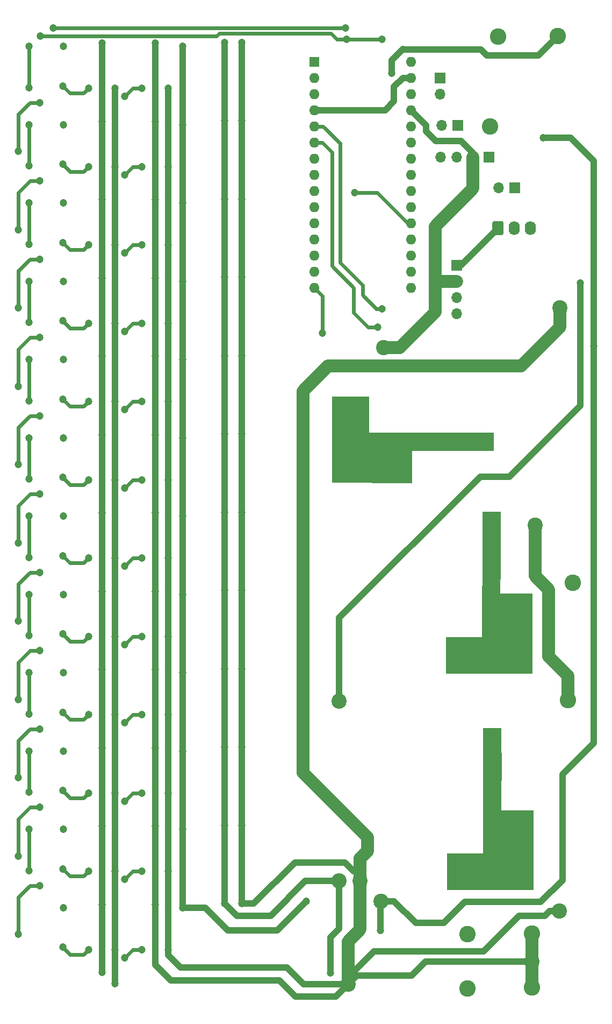
<source format=gbr>
%TF.GenerationSoftware,KiCad,Pcbnew,5.1.6-c6e7f7d~87~ubuntu18.04.1*%
%TF.CreationDate,2021-04-09T12:13:12+12:00*%
%TF.ProjectId,Volume Control 3 Mar18,566f6c75-6d65-4204-936f-6e74726f6c20,rev?*%
%TF.SameCoordinates,Original*%
%TF.FileFunction,Copper,L2,Bot*%
%TF.FilePolarity,Positive*%
%FSLAX46Y46*%
G04 Gerber Fmt 4.6, Leading zero omitted, Abs format (unit mm)*
G04 Created by KiCad (PCBNEW 5.1.6-c6e7f7d~87~ubuntu18.04.1) date 2021-04-09 12:13:12*
%MOMM*%
%LPD*%
G01*
G04 APERTURE LIST*
%TA.AperFunction,NonConductor*%
%ADD10C,0.100000*%
%TD*%
%TA.AperFunction,ViaPad*%
%ADD11C,0.600000*%
%TD*%
%TA.AperFunction,Conductor*%
%ADD12R,2.950000X4.500000*%
%TD*%
%TA.AperFunction,ComponentPad*%
%ADD13C,2.600000*%
%TD*%
%TA.AperFunction,ComponentPad*%
%ADD14R,1.600000X1.600000*%
%TD*%
%TA.AperFunction,ComponentPad*%
%ADD15O,1.600000X1.600000*%
%TD*%
%TA.AperFunction,Conductor*%
%ADD16R,4.500000X2.950000*%
%TD*%
%TA.AperFunction,ComponentPad*%
%ADD17O,1.700000X1.700000*%
%TD*%
%TA.AperFunction,ComponentPad*%
%ADD18R,1.700000X1.700000*%
%TD*%
%TA.AperFunction,ComponentPad*%
%ADD19O,1.740000X2.190000*%
%TD*%
%TA.AperFunction,ViaPad*%
%ADD20C,1.200000*%
%TD*%
%TA.AperFunction,ViaPad*%
%ADD21C,2.400000*%
%TD*%
%TA.AperFunction,Conductor*%
%ADD22C,1.000000*%
%TD*%
%TA.AperFunction,Conductor*%
%ADD23C,2.000000*%
%TD*%
%TA.AperFunction,Conductor*%
%ADD24C,0.600000*%
%TD*%
G04 APERTURE END LIST*
D10*
G36*
X93649800Y-89839800D02*
G01*
X109626400Y-89865200D01*
X113334800Y-89865200D01*
X113334800Y-92659200D01*
X104800400Y-92659200D01*
X100457000Y-92633800D01*
X100457000Y-97688400D01*
X87934800Y-97663000D01*
X87934800Y-84175600D01*
X93624400Y-84150200D01*
X93649800Y-89839800D01*
G37*
X93649800Y-89839800D02*
X109626400Y-89865200D01*
X113334800Y-89865200D01*
X113334800Y-92659200D01*
X104800400Y-92659200D01*
X100457000Y-92633800D01*
X100457000Y-97688400D01*
X87934800Y-97663000D01*
X87934800Y-84175600D01*
X93624400Y-84150200D01*
X93649800Y-89839800D01*
G36*
X114376200Y-110845600D02*
G01*
X114350800Y-115189000D01*
X119405400Y-115189000D01*
X119380000Y-127711200D01*
X105892600Y-127711200D01*
X105867200Y-122021600D01*
X111556800Y-121996200D01*
X111582200Y-106019600D01*
X111582200Y-102311200D01*
X114376200Y-102311200D01*
X114376200Y-110845600D01*
G37*
X114376200Y-110845600D02*
X114350800Y-115189000D01*
X119405400Y-115189000D01*
X119380000Y-127711200D01*
X105892600Y-127711200D01*
X105867200Y-122021600D01*
X111556800Y-121996200D01*
X111582200Y-106019600D01*
X111582200Y-102311200D01*
X114376200Y-102311200D01*
X114376200Y-110845600D01*
G36*
X114528600Y-144907000D02*
G01*
X114503200Y-149250400D01*
X119557800Y-149250400D01*
X119532400Y-161772600D01*
X106045000Y-161772600D01*
X106019600Y-156083000D01*
X111709200Y-156057600D01*
X111734600Y-140081000D01*
X111734600Y-136372600D01*
X114528600Y-136372600D01*
X114528600Y-144907000D01*
G37*
X114528600Y-144907000D02*
X114503200Y-149250400D01*
X119557800Y-149250400D01*
X119532400Y-161772600D01*
X106045000Y-161772600D01*
X106019600Y-156083000D01*
X111709200Y-156057600D01*
X111734600Y-140081000D01*
X111734600Y-136372600D01*
X114528600Y-136372600D01*
X114528600Y-144907000D01*
D11*
%TO.N,Net-(A1-Pad29)*%
%TO.C,VCU1*%
X113630000Y-110105600D03*
X113630000Y-109005600D03*
X112430000Y-109005600D03*
X112430000Y-110105600D03*
X113630000Y-106505600D03*
X113630000Y-107705600D03*
X112430000Y-107705600D03*
X112430000Y-106505600D03*
D12*
X113030000Y-108305600D03*
%TD*%
D13*
%TO.P,VCJ3,1*%
%TO.N,Net-(A1-Pad29)*%
X125044200Y-131927600D03*
%TD*%
D12*
%TO.N,Net-(C16-Pad1)*%
%TO.C,VCU2*%
X113182400Y-142430000D03*
D11*
X112582400Y-140630000D03*
X112582400Y-141830000D03*
X113782400Y-141830000D03*
X113782400Y-140630000D03*
X112582400Y-144230000D03*
X112582400Y-143130000D03*
X113782400Y-143130000D03*
X113782400Y-144230000D03*
%TD*%
D13*
%TO.P,VCJ1,1*%
%TO.N,Net-(VCC12-Pad1)*%
X125857000Y-113487200D03*
%TD*%
D14*
%TO.P,A1,1*%
%TO.N,Net-(A1-Pad1)*%
X85090000Y-31496000D03*
D15*
%TO.P,A1,17*%
%TO.N,Net-(A1-Pad17)*%
X100330000Y-64516000D03*
%TO.P,A1,2*%
%TO.N,Net-(A1-Pad2)*%
X85090000Y-34036000D03*
%TO.P,A1,18*%
%TO.N,Net-(A1-Pad18)*%
X100330000Y-61976000D03*
%TO.P,A1,3*%
%TO.N,Net-(A1-Pad3)*%
X85090000Y-36576000D03*
%TO.P,A1,19*%
%TO.N,Net-(A1-Pad19)*%
X100330000Y-59436000D03*
%TO.P,A1,4*%
%TO.N,Net-(A1-Pad29)*%
X85090000Y-39116000D03*
%TO.P,A1,20*%
%TO.N,Net-(A1-Pad20)*%
X100330000Y-56896000D03*
%TO.P,A1,5*%
%TO.N,Net-(A1-Pad5)*%
X85090000Y-41656000D03*
%TO.P,A1,21*%
%TO.N,Net-(A1-Pad21)*%
X100330000Y-54356000D03*
%TO.P,A1,6*%
%TO.N,Net-(A1-Pad6)*%
X85090000Y-44196000D03*
%TO.P,A1,22*%
%TO.N,Net-(A1-Pad22)*%
X100330000Y-51816000D03*
%TO.P,A1,7*%
%TO.N,Net-(A1-Pad7)*%
X85090000Y-46736000D03*
%TO.P,A1,23*%
%TO.N,Net-(A1-Pad23)*%
X100330000Y-49276000D03*
%TO.P,A1,8*%
%TO.N,Net-(A1-Pad8)*%
X85090000Y-49276000D03*
%TO.P,A1,24*%
%TO.N,Net-(A1-Pad24)*%
X100330000Y-46736000D03*
%TO.P,A1,9*%
%TO.N,Net-(A1-Pad9)*%
X85090000Y-51816000D03*
%TO.P,A1,25*%
%TO.N,Net-(A1-Pad25)*%
X100330000Y-44196000D03*
%TO.P,A1,10*%
%TO.N,Net-(A1-Pad10)*%
X85090000Y-54356000D03*
%TO.P,A1,26*%
%TO.N,Net-(A1-Pad26)*%
X100330000Y-41656000D03*
%TO.P,A1,11*%
%TO.N,Net-(A1-Pad11)*%
X85090000Y-56896000D03*
%TO.P,A1,27*%
%TO.N,Net-(A1-Pad27)*%
X100330000Y-39116000D03*
%TO.P,A1,12*%
%TO.N,Net-(A1-Pad12)*%
X85090000Y-59436000D03*
%TO.P,A1,28*%
%TO.N,Net-(A1-Pad28)*%
X100330000Y-36576000D03*
%TO.P,A1,13*%
%TO.N,Net-(A1-Pad13)*%
X85090000Y-61976000D03*
%TO.P,A1,29*%
%TO.N,Net-(A1-Pad29)*%
X100330000Y-34036000D03*
%TO.P,A1,14*%
%TO.N,Net-(A1-Pad14)*%
X85090000Y-64516000D03*
%TO.P,A1,30*%
%TO.N,Net-(A1-Pad30)*%
X100330000Y-31496000D03*
%TO.P,A1,15*%
%TO.N,Net-(A1-Pad15)*%
X85090000Y-67056000D03*
%TO.P,A1,16*%
%TO.N,Net-(A1-Pad16)*%
X100330000Y-67056000D03*
%TD*%
D13*
%TO.P,J16,1*%
%TO.N,Net-(A1-Pad29)*%
X119380000Y-177165000D03*
%TD*%
%TO.P,J17,1*%
%TO.N,Net-(C11-Pad2)*%
X109220000Y-177292000D03*
%TD*%
%TO.P,J4,1*%
%TO.N,Net-(J4-Pad1)*%
X112776000Y-41656000D03*
%TD*%
%TO.P,J5,1*%
%TO.N,Net-(J5-Pad1)*%
X114046000Y-27559000D03*
%TD*%
%TO.P,J6,1*%
%TO.N,Net-(A1-Pad29)*%
X123444000Y-27432000D03*
%TD*%
D16*
%TO.N,Net-(A1-Pad29)*%
%TO.C,VCU3*%
X107340400Y-91313000D03*
D11*
X109140400Y-90713000D03*
X107940400Y-90713000D03*
X107940400Y-91913000D03*
X109140400Y-91913000D03*
X105540400Y-90713000D03*
X106640400Y-90713000D03*
X106640400Y-91913000D03*
X105540400Y-91913000D03*
%TD*%
D13*
%TO.P,J8,1*%
%TO.N,Net-(C14-Pad2)*%
X109220000Y-168783000D03*
%TD*%
%TO.P,J9,1*%
%TO.N,Net-(A1-Pad29)*%
X119380000Y-168656000D03*
%TD*%
D17*
%TO.P,J7,4*%
%TO.N,Net-(C19-Pad2)*%
X107569000Y-71120000D03*
%TO.P,J7,3*%
%TO.N,Net-(C20-Pad2)*%
X107569000Y-68580000D03*
%TO.P,J7,2*%
%TO.N,Net-(A1-Pad27)*%
X107569000Y-66040000D03*
D18*
%TO.P,J7,1*%
%TO.N,Net-(A1-Pad29)*%
X107569000Y-63500000D03*
%TD*%
D17*
%TO.P,J13,2*%
%TO.N,Net-(A1-Pad25)*%
X105156000Y-41529000D03*
D18*
%TO.P,J13,1*%
%TO.N,Net-(A1-Pad29)*%
X107696000Y-41529000D03*
%TD*%
%TO.P,J14,1*%
%TO.N,Net-(A1-Pad29)*%
X104902000Y-34036000D03*
D17*
%TO.P,J14,2*%
%TO.N,Net-(A1-Pad26)*%
X104902000Y-36576000D03*
%TD*%
%TO.P,J1,1*%
%TO.N,Net-(A1-Pad29)*%
%TA.AperFunction,ComponentPad*%
G36*
G01*
X113176000Y-58503001D02*
X113176000Y-56812999D01*
G75*
G02*
X113425999Y-56563000I249999J0D01*
G01*
X114666001Y-56563000D01*
G75*
G02*
X114916000Y-56812999I0J-249999D01*
G01*
X114916000Y-58503001D01*
G75*
G02*
X114666001Y-58753000I-249999J0D01*
G01*
X113425999Y-58753000D01*
G75*
G02*
X113176000Y-58503001I0J249999D01*
G01*
G37*
%TD.AperFunction*%
D19*
%TO.P,J1,2*%
%TO.N,Net-(J1-Pad2)*%
X116586000Y-57658000D03*
%TO.P,J1,3*%
%TO.N,Net-(J1-Pad3)*%
X119126000Y-57658000D03*
%TD*%
D18*
%TO.P,J2,1*%
%TO.N,Net-(A1-Pad29)*%
X116713000Y-51308000D03*
D17*
%TO.P,J2,2*%
%TO.N,Net-(A1-Pad22)*%
X114173000Y-51308000D03*
%TD*%
D18*
%TO.P,J3,1*%
%TO.N,Net-(A1-Pad29)*%
X112649000Y-46482000D03*
D17*
%TO.P,J3,2*%
%TO.N,Net-(A1-Pad27)*%
X110109000Y-46482000D03*
%TO.P,J3,3*%
%TO.N,Net-(A1-Pad23)*%
X107569000Y-46482000D03*
%TO.P,J3,4*%
%TO.N,Net-(A1-Pad24)*%
X105029000Y-46482000D03*
%TD*%
D20*
%TO.N,Net-(A1-Pad29)*%
X62087000Y-35671000D03*
X73660000Y-28448000D03*
X60087000Y-28591000D03*
X62087000Y-47990000D03*
X73660000Y-40767000D03*
X60087000Y-40910000D03*
X73660000Y-53086000D03*
X62087000Y-60309000D03*
X60087000Y-53229000D03*
X73660000Y-65405000D03*
X62087000Y-72628000D03*
X60087000Y-65548000D03*
X73660000Y-77724000D03*
X62087000Y-84947000D03*
X60087000Y-77867000D03*
X73660000Y-90043000D03*
X62087000Y-97266000D03*
X60087000Y-90186000D03*
X73660000Y-102362000D03*
X62087000Y-109585000D03*
X60087000Y-102505000D03*
X73660000Y-114681000D03*
X62087000Y-121904000D03*
X60087000Y-114824000D03*
X73660000Y-127000000D03*
X62087000Y-134223000D03*
X60087000Y-127143000D03*
X73660000Y-139319000D03*
X62087000Y-146542000D03*
X60087000Y-139462000D03*
X73660000Y-151638000D03*
X62087000Y-158861000D03*
X60087000Y-151781000D03*
X73660000Y-163957000D03*
X62087000Y-171180000D03*
X60087000Y-164100000D03*
D21*
X92329000Y-160401000D03*
X90424000Y-176657000D03*
X123825000Y-70231000D03*
X119380000Y-173101000D03*
X119888000Y-104394000D03*
D20*
X97282000Y-33274000D03*
D21*
X123698000Y-165100000D03*
D20*
%TO.N,Net-(A1-Pad20)*%
X91440000Y-52070000D03*
%TO.N,Net-(A1-Pad5)*%
X95758000Y-70358000D03*
%TO.N,Net-(A1-Pad6)*%
X95123000Y-73279000D03*
D21*
%TO.N,Net-(A1-Pad27)*%
X96012000Y-76454000D03*
D20*
%TO.N,Net-(A1-Pad15)*%
X86360000Y-74168000D03*
%TO.N,Net-(Q1-Pad3)*%
X45593000Y-29083000D03*
%TO.N,Net-(Q14-Pad3)*%
X51705000Y-28591000D03*
X51705000Y-40910000D03*
X51705000Y-53229000D03*
X51705000Y-65548000D03*
X51705000Y-77867000D03*
X51705000Y-90186000D03*
X51705000Y-102505000D03*
X51705000Y-114824000D03*
X51705000Y-127143000D03*
X51705000Y-139462000D03*
X51705000Y-151781000D03*
X51705000Y-164100000D03*
X51705000Y-174736000D03*
%TO.N,Net-(Q10-Pad3)*%
X45593000Y-41402000D03*
%TO.N,Net-(Q13-Pad3)*%
X45593000Y-53721000D03*
%TO.N,Net-(Q19-Pad3)*%
X45593000Y-66040000D03*
%TO.N,Net-(Q25-Pad3)*%
X45593000Y-78359000D03*
%TO.N,Net-(Q31-Pad3)*%
X45593000Y-90678000D03*
%TO.N,Net-(Q37-Pad3)*%
X45593000Y-102997000D03*
%TO.N,Net-(Q43-Pad3)*%
X45593000Y-115316000D03*
%TO.N,Net-(Q49-Pad3)*%
X45593000Y-127635000D03*
%TO.N,Net-(Q55-Pad3)*%
X45593000Y-139954000D03*
%TO.N,Net-(Q61-Pad3)*%
X45593000Y-152273000D03*
%TO.N,Net-(Q67-Pad3)*%
X45593000Y-164592000D03*
%TO.N,Net-(R1-Pad2)*%
X40132000Y-29083000D03*
X40132000Y-35560000D03*
%TO.N,Net-(C23-Pad1)*%
X41910000Y-27432000D03*
%TO.N,Net-(R13-Pad1)*%
X40132000Y-47879000D03*
X40132000Y-41402000D03*
%TO.N,Net-(R13-Pad2)*%
X40132000Y-53721000D03*
X40132000Y-60198000D03*
%TO.N,Net-(R19-Pad2)*%
X40132000Y-66040000D03*
X40132000Y-72517000D03*
%TO.N,Net-(R25-Pad2)*%
X40132000Y-78359000D03*
X40132000Y-84836000D03*
%TO.N,Net-(R31-Pad2)*%
X40132000Y-90678000D03*
X40132000Y-97155000D03*
%TO.N,Net-(R37-Pad2)*%
X40132000Y-102997000D03*
X40132000Y-109474000D03*
%TO.N,Net-(R43-Pad2)*%
X40132000Y-115316000D03*
X40132000Y-121793000D03*
%TO.N,Net-(R49-Pad2)*%
X40132000Y-127635000D03*
X40132000Y-134112000D03*
%TO.N,Net-(R55-Pad2)*%
X40132000Y-139954000D03*
X40132000Y-146431000D03*
%TO.N,Net-(R61-Pad2)*%
X40132000Y-152273000D03*
X40132000Y-158750000D03*
%TO.N,Net-(C15-Pad1)*%
X70993000Y-28448000D03*
X70993000Y-40767000D03*
X70993000Y-53086000D03*
X70993000Y-65405000D03*
X70993000Y-77724000D03*
X70993000Y-90043000D03*
X70993000Y-102362000D03*
X70993000Y-114681000D03*
X70993000Y-127000000D03*
X70993000Y-139319000D03*
X70993000Y-151638000D03*
X70993000Y-163957000D03*
D21*
X89027000Y-160401000D03*
D20*
X87630000Y-174879000D03*
D21*
X89027000Y-132080000D03*
D20*
X127000000Y-66294000D03*
%TO.N,Net-(Q73-Pad3)*%
X45466000Y-35306000D03*
X57896000Y-35671000D03*
X55245000Y-36957000D03*
X49514000Y-35671000D03*
%TO.N,Net-(Q81-Pad3)*%
X49514000Y-60309000D03*
X57896000Y-60309000D03*
X45466000Y-59944000D03*
X55245000Y-61595000D03*
%TO.N,Net-(Q85-Pad3)*%
X49514000Y-72628000D03*
X57896000Y-72628000D03*
X45466000Y-72263000D03*
X55245000Y-73914000D03*
%TO.N,Net-(Q93-Pad3)*%
X49514000Y-97266000D03*
X57896000Y-97266000D03*
X45466000Y-96901000D03*
X55245000Y-98552000D03*
%TO.N,Net-(Q102-Pad3)*%
X53705000Y-35671000D03*
X53705000Y-47990000D03*
X53705000Y-60309000D03*
X53705000Y-72628000D03*
X53705000Y-84947000D03*
X53705000Y-97266000D03*
X53705000Y-109585000D03*
X53705000Y-121904000D03*
X53705000Y-134223000D03*
X53705000Y-146542000D03*
X53705000Y-158861000D03*
X53705000Y-171180000D03*
X53705000Y-176546000D03*
%TO.N,Net-(Q105-Pad3)*%
X49514000Y-134223000D03*
X57896000Y-134223000D03*
X45466000Y-133858000D03*
X55245000Y-135509000D03*
%TO.N,Net-(Q109-Pad3)*%
X49514000Y-146542000D03*
X57896000Y-146542000D03*
X45466000Y-146177000D03*
X55245000Y-147828000D03*
%TO.N,Net-(Q117-Pad3)*%
X49514000Y-171180000D03*
X57896000Y-171180000D03*
X45466000Y-170815000D03*
X55245000Y-172466000D03*
%TO.N,Net-(C22-Pad1)*%
X43942000Y-26162000D03*
%TO.N,Net-(R76-Pad2)*%
X41884500Y-37947500D03*
X38481000Y-45593000D03*
%TO.N,Net-(R100-Pad1)*%
X41884500Y-111861500D03*
X38481000Y-119507000D03*
%TO.N,Net-(R100-Pad2)*%
X41884500Y-124180500D03*
X38481000Y-131826000D03*
%TO.N,Net-(Q77-Pad3)*%
X45466000Y-47625000D03*
X57896000Y-47990000D03*
X55245000Y-49276000D03*
X49514000Y-47990000D03*
%TO.N,Net-(Q89-Pad3)*%
X49514000Y-84947000D03*
X57896000Y-84947000D03*
X45466000Y-84582000D03*
X55245000Y-86233000D03*
%TO.N,Net-(Q97-Pad3)*%
X49514000Y-109585000D03*
X57896000Y-109585000D03*
X45466000Y-109220000D03*
X55245000Y-110871000D03*
%TO.N,Net-(Q101-Pad3)*%
X49514000Y-121904000D03*
X57896000Y-121904000D03*
X45466000Y-121539000D03*
X55245000Y-123190000D03*
%TO.N,Net-(Q113-Pad3)*%
X49514000Y-158861000D03*
X57896000Y-158861000D03*
X45466000Y-158496000D03*
X55245000Y-160147000D03*
%TO.N,Net-(R80-Pad2)*%
X41884500Y-50266500D03*
X38481000Y-57912000D03*
%TO.N,Net-(R83-Pad2)*%
X41884500Y-62585500D03*
X38481000Y-70231000D03*
%TO.N,Net-(R86-Pad2)*%
X41884500Y-74904500D03*
X38481000Y-82550000D03*
%TO.N,Net-(R90-Pad2)*%
X41884500Y-87223500D03*
X38481000Y-94869000D03*
%TO.N,Net-(R93-Pad2)*%
X41884500Y-99542500D03*
X38481000Y-107188000D03*
%TO.N,Net-(R104-Pad2)*%
X41884500Y-136499500D03*
X38481000Y-144145000D03*
%TO.N,Net-(R107-Pad2)*%
X41884500Y-148818500D03*
X38481000Y-156464000D03*
%TO.N,Net-(R110-Pad2)*%
X41884500Y-161137500D03*
X38481000Y-168783000D03*
%TO.N,Net-(C16-Pad1)*%
X64389000Y-29083000D03*
X64389000Y-41402000D03*
X64389000Y-53721000D03*
X64389000Y-66040000D03*
X64389000Y-78359000D03*
X64389000Y-90678000D03*
X64389000Y-102997000D03*
X64389000Y-115316000D03*
X64389000Y-127635000D03*
X64389000Y-139954000D03*
X64389000Y-152273000D03*
X64389000Y-164592000D03*
D21*
X95631000Y-163576000D03*
D20*
X83820000Y-163576000D03*
X95504000Y-168148000D03*
X121158000Y-43434000D03*
X129159000Y-76200000D03*
%TO.N,Net-(C22-Pad1)*%
X90043000Y-26162000D03*
%TO.N,Net-(C23-Pad1)*%
X90170000Y-27940000D03*
X95758000Y-27940000D03*
%TD*%
D22*
%TO.N,Net-(A1-Pad29)*%
X62087000Y-35671000D02*
X62087000Y-38973000D01*
X60087000Y-38973000D02*
X60087000Y-40910000D01*
X73660000Y-38989000D02*
X73660000Y-40767000D01*
X60087000Y-28591000D02*
X60087000Y-38973000D01*
X73660000Y-28448000D02*
X73660000Y-38989000D01*
X62087000Y-38973000D02*
X62087000Y-47990000D01*
X62087000Y-47990000D02*
X62087000Y-51292000D01*
X60087000Y-51292000D02*
X60087000Y-53229000D01*
X73660000Y-51308000D02*
X73660000Y-53086000D01*
X60087000Y-40910000D02*
X60087000Y-51292000D01*
X73660000Y-40767000D02*
X73660000Y-51308000D01*
X62087000Y-51292000D02*
X62087000Y-60309000D01*
X73660000Y-63627000D02*
X73660000Y-65405000D01*
X73660000Y-53086000D02*
X73660000Y-63627000D01*
X62087000Y-63611000D02*
X62087000Y-72628000D01*
X60087000Y-53229000D02*
X60087000Y-63611000D01*
X62087000Y-60309000D02*
X62087000Y-63611000D01*
X60087000Y-63611000D02*
X60087000Y-65548000D01*
X73660000Y-75946000D02*
X73660000Y-77724000D01*
X73660000Y-65405000D02*
X73660000Y-75946000D01*
X62087000Y-75930000D02*
X62087000Y-84947000D01*
X60087000Y-65548000D02*
X60087000Y-75930000D01*
X62087000Y-72628000D02*
X62087000Y-75930000D01*
X60087000Y-75930000D02*
X60087000Y-77867000D01*
X73660000Y-88265000D02*
X73660000Y-90043000D01*
X73660000Y-77724000D02*
X73660000Y-88265000D01*
X62087000Y-88249000D02*
X62087000Y-97266000D01*
X60087000Y-77867000D02*
X60087000Y-88249000D01*
X62087000Y-84947000D02*
X62087000Y-88249000D01*
X60087000Y-88249000D02*
X60087000Y-90186000D01*
X73660000Y-100584000D02*
X73660000Y-102362000D01*
X73660000Y-90043000D02*
X73660000Y-100584000D01*
X62087000Y-100568000D02*
X62087000Y-109585000D01*
X60087000Y-90186000D02*
X60087000Y-100568000D01*
X62087000Y-97266000D02*
X62087000Y-100568000D01*
X60087000Y-100568000D02*
X60087000Y-102505000D01*
X73660000Y-112903000D02*
X73660000Y-114681000D01*
X73660000Y-102362000D02*
X73660000Y-112903000D01*
X62087000Y-112887000D02*
X62087000Y-121904000D01*
X60087000Y-102505000D02*
X60087000Y-112887000D01*
X62087000Y-109585000D02*
X62087000Y-112887000D01*
X60087000Y-112887000D02*
X60087000Y-114824000D01*
X73660000Y-125222000D02*
X73660000Y-127000000D01*
X73660000Y-114681000D02*
X73660000Y-125222000D01*
X62087000Y-125206000D02*
X62087000Y-134223000D01*
X60087000Y-114824000D02*
X60087000Y-125206000D01*
X62087000Y-121904000D02*
X62087000Y-125206000D01*
X60087000Y-125206000D02*
X60087000Y-127143000D01*
X73660000Y-137541000D02*
X73660000Y-139319000D01*
X73660000Y-127000000D02*
X73660000Y-137541000D01*
X62087000Y-137525000D02*
X62087000Y-146542000D01*
X60087000Y-127143000D02*
X60087000Y-137525000D01*
X62087000Y-134223000D02*
X62087000Y-137525000D01*
X60087000Y-137525000D02*
X60087000Y-139462000D01*
X73660000Y-149860000D02*
X73660000Y-151638000D01*
X73660000Y-139319000D02*
X73660000Y-149860000D01*
X62087000Y-149844000D02*
X62087000Y-158861000D01*
X60087000Y-139462000D02*
X60087000Y-149844000D01*
X62087000Y-146542000D02*
X62087000Y-149844000D01*
X60087000Y-149844000D02*
X60087000Y-151781000D01*
X73660000Y-162179000D02*
X73660000Y-163957000D01*
X73660000Y-151638000D02*
X73660000Y-162179000D01*
X62087000Y-162163000D02*
X62087000Y-171180000D01*
X60087000Y-151781000D02*
X60087000Y-162163000D01*
X62087000Y-158861000D02*
X62087000Y-162163000D01*
X60087000Y-162163000D02*
X60087000Y-164100000D01*
X73660000Y-163957000D02*
X75565000Y-163957000D01*
X75565000Y-163957000D02*
X82042000Y-157480000D01*
D23*
X90424000Y-176657000D02*
X90424000Y-176784000D01*
D22*
X62087000Y-171180000D02*
X62087000Y-172069000D01*
X62087000Y-172069000D02*
X64008000Y-173990000D01*
X64008000Y-173990000D02*
X80772000Y-173990000D01*
X83439000Y-176657000D02*
X90424000Y-176657000D01*
X80772000Y-173990000D02*
X83439000Y-176657000D01*
X62484000Y-176022000D02*
X60087000Y-173625000D01*
X60087000Y-173625000D02*
X60087000Y-164100000D01*
X82169000Y-178562000D02*
X79629000Y-176022000D01*
X79629000Y-176022000D02*
X62484000Y-176022000D01*
X90424000Y-176657000D02*
X88519000Y-178562000D01*
X88519000Y-178562000D02*
X82169000Y-178562000D01*
X91789001Y-175291999D02*
X100425001Y-175291999D01*
X90424000Y-176657000D02*
X91789001Y-175291999D01*
X102616000Y-173101000D02*
X119380000Y-173101000D01*
X100425001Y-175291999D02*
X102616000Y-173101000D01*
D23*
X119380000Y-168656000D02*
X119380000Y-177165000D01*
X119888000Y-104394000D02*
X119888000Y-112395000D01*
X119888000Y-112395000D02*
X122047000Y-114554000D01*
X122047000Y-114554000D02*
X122047000Y-125095000D01*
X125044200Y-128092200D02*
X125044200Y-131927600D01*
X122047000Y-125095000D02*
X125044200Y-128092200D01*
X123825000Y-73279000D02*
X117729000Y-79375000D01*
X123825000Y-70231000D02*
X123825000Y-73279000D01*
X87249000Y-79375000D02*
X83312000Y-83312000D01*
X83312000Y-83312000D02*
X83312000Y-143383000D01*
X117729000Y-79375000D02*
X87249000Y-79375000D01*
X83312000Y-143383000D02*
X93472000Y-153543000D01*
X93472000Y-153543000D02*
X93472000Y-155702000D01*
X93472000Y-155702000D02*
X92329000Y-156845000D01*
D22*
X82042000Y-157480000D02*
X89916000Y-157480000D01*
X91313000Y-158877000D02*
X92329000Y-158877000D01*
D23*
X92329000Y-156845000D02*
X92329000Y-158877000D01*
D22*
X89916000Y-157480000D02*
X91313000Y-158877000D01*
D23*
X92329000Y-158877000D02*
X92329000Y-160401000D01*
X90424000Y-176657000D02*
X90424000Y-169926000D01*
X92329000Y-168021000D02*
X92329000Y-160401000D01*
X90424000Y-169926000D02*
X92329000Y-168021000D01*
D22*
X85090000Y-39116000D02*
X96266000Y-39116000D01*
X96266000Y-39116000D02*
X97663000Y-37719000D01*
X97663000Y-37719000D02*
X97663000Y-35433000D01*
X99060000Y-34036000D02*
X100330000Y-34036000D01*
X97663000Y-35433000D02*
X99060000Y-34036000D01*
X108204000Y-63500000D02*
X114046000Y-57658000D01*
X107569000Y-63500000D02*
X108204000Y-63500000D01*
X97282000Y-33274000D02*
X97282000Y-31242000D01*
X97282000Y-31242000D02*
X99060000Y-29464000D01*
X99155001Y-29559001D02*
X111347001Y-29559001D01*
X99060000Y-29464000D02*
X99155001Y-29559001D01*
X111347001Y-29559001D02*
X112268000Y-30480000D01*
X120396000Y-30480000D02*
X123444000Y-27432000D01*
X112268000Y-30480000D02*
X120396000Y-30480000D01*
X123698000Y-165100000D02*
X122174000Y-165100000D01*
X122174000Y-165100000D02*
X121412000Y-165862000D01*
X121412000Y-165862000D02*
X117348000Y-165862000D01*
X117348000Y-165862000D02*
X111760000Y-171450000D01*
X111760000Y-171450000D02*
X94488000Y-171450000D01*
X90424000Y-175514000D02*
X90424000Y-176657000D01*
X94488000Y-171450000D02*
X90424000Y-175514000D01*
D24*
%TO.N,Net-(A1-Pad20)*%
X91440000Y-52070000D02*
X94996000Y-52070000D01*
X99822000Y-56896000D02*
X100330000Y-56896000D01*
X94996000Y-52070000D02*
X99822000Y-56896000D01*
%TO.N,Net-(A1-Pad5)*%
X85090000Y-41656000D02*
X86487000Y-41656000D01*
X86487000Y-41656000D02*
X89154000Y-44323000D01*
X89154000Y-44323000D02*
X89154000Y-63119000D01*
X89154000Y-63119000D02*
X92710000Y-66675000D01*
X92710000Y-66675000D02*
X92710000Y-68199000D01*
X92710000Y-68199000D02*
X94869000Y-70358000D01*
X94869000Y-70358000D02*
X95758000Y-70358000D01*
X95758000Y-70358000D02*
X95758000Y-70358000D01*
%TO.N,Net-(A1-Pad6)*%
X85090000Y-44196000D02*
X86360000Y-44196000D01*
X86360000Y-44196000D02*
X87884000Y-45720000D01*
X87884000Y-45720000D02*
X87884000Y-63627000D01*
X87884000Y-63627000D02*
X91313000Y-67056000D01*
X91313000Y-67056000D02*
X91313000Y-70993000D01*
X91313000Y-70993000D02*
X93599000Y-73279000D01*
X93599000Y-73279000D02*
X95123000Y-73279000D01*
X95123000Y-73279000D02*
X95123000Y-73279000D01*
D22*
%TO.N,Net-(A1-Pad27)*%
X100330000Y-39116000D02*
X102743000Y-41529000D01*
X102743000Y-42418000D02*
X104267000Y-43942000D01*
X102743000Y-41529000D02*
X102743000Y-42418000D01*
X104267000Y-43942000D02*
X108204000Y-43942000D01*
X110109000Y-45847000D02*
X110109000Y-46482000D01*
X108204000Y-43942000D02*
X110109000Y-45847000D01*
D23*
X110109000Y-46482000D02*
X110109000Y-51435000D01*
X110109000Y-51435000D02*
X104140000Y-57404000D01*
X104140000Y-70866000D02*
X98552000Y-76454000D01*
X98552000Y-76454000D02*
X96012000Y-76454000D01*
X96012000Y-76454000D02*
X96012000Y-76454000D01*
X107569000Y-66040000D02*
X104140000Y-66040000D01*
X104140000Y-57404000D02*
X104140000Y-66040000D01*
X104140000Y-66040000D02*
X104140000Y-70866000D01*
D24*
%TO.N,Net-(A1-Pad15)*%
X86360000Y-68326000D02*
X85090000Y-67056000D01*
X86360000Y-74168000D02*
X86360000Y-68326000D01*
D22*
%TO.N,Net-(Q14-Pad3)*%
X51705000Y-38973000D02*
X51705000Y-40910000D01*
X51705000Y-28591000D02*
X51705000Y-38973000D01*
X51705000Y-51292000D02*
X51705000Y-53229000D01*
X51705000Y-40910000D02*
X51705000Y-51292000D01*
X51705000Y-63611000D02*
X51705000Y-65548000D01*
X51705000Y-53229000D02*
X51705000Y-63611000D01*
X51705000Y-75930000D02*
X51705000Y-77867000D01*
X51705000Y-65548000D02*
X51705000Y-75930000D01*
X51705000Y-88249000D02*
X51705000Y-90186000D01*
X51705000Y-77867000D02*
X51705000Y-88249000D01*
X51705000Y-100568000D02*
X51705000Y-102505000D01*
X51705000Y-90186000D02*
X51705000Y-100568000D01*
X51705000Y-112887000D02*
X51705000Y-114824000D01*
X51705000Y-102505000D02*
X51705000Y-112887000D01*
X51705000Y-125206000D02*
X51705000Y-127143000D01*
X51705000Y-114824000D02*
X51705000Y-125206000D01*
X51705000Y-137525000D02*
X51705000Y-139462000D01*
X51705000Y-127143000D02*
X51705000Y-137525000D01*
X51705000Y-149844000D02*
X51705000Y-151781000D01*
X51705000Y-139462000D02*
X51705000Y-149844000D01*
X51705000Y-162163000D02*
X51705000Y-164100000D01*
X51705000Y-151781000D02*
X51705000Y-162163000D01*
X51705000Y-174482000D02*
X51705000Y-174736000D01*
X51705000Y-164100000D02*
X51705000Y-174482000D01*
D24*
%TO.N,Net-(R1-Pad2)*%
X40132000Y-29083000D02*
X40132000Y-35560000D01*
X40132000Y-35560000D02*
X40132000Y-35560000D01*
%TO.N,Net-(C23-Pad1)*%
X41910000Y-27432000D02*
X69723000Y-27432000D01*
X69723000Y-27432000D02*
X70104000Y-27051000D01*
%TO.N,Net-(R13-Pad1)*%
X40132000Y-47879000D02*
X40132000Y-47879000D01*
X40132000Y-41402000D02*
X40132000Y-47879000D01*
%TO.N,Net-(R13-Pad2)*%
X40132000Y-53721000D02*
X40132000Y-60198000D01*
X40132000Y-60198000D02*
X40132000Y-60198000D01*
%TO.N,Net-(R19-Pad2)*%
X40132000Y-66040000D02*
X40132000Y-72517000D01*
X40132000Y-72517000D02*
X40132000Y-72517000D01*
%TO.N,Net-(R25-Pad2)*%
X40132000Y-78359000D02*
X40132000Y-84836000D01*
X40132000Y-84836000D02*
X40132000Y-84836000D01*
%TO.N,Net-(R31-Pad2)*%
X40132000Y-90678000D02*
X40132000Y-97155000D01*
X40132000Y-97155000D02*
X40132000Y-97155000D01*
%TO.N,Net-(R37-Pad2)*%
X40132000Y-102997000D02*
X40132000Y-109474000D01*
X40132000Y-109474000D02*
X40132000Y-109474000D01*
%TO.N,Net-(R43-Pad2)*%
X40132000Y-115316000D02*
X40132000Y-121793000D01*
X40132000Y-121793000D02*
X40132000Y-121793000D01*
%TO.N,Net-(R49-Pad2)*%
X40132000Y-127635000D02*
X40132000Y-134112000D01*
X40132000Y-134112000D02*
X40132000Y-134112000D01*
%TO.N,Net-(R55-Pad2)*%
X40132000Y-139954000D02*
X40132000Y-146431000D01*
X40132000Y-146431000D02*
X40132000Y-146431000D01*
%TO.N,Net-(R61-Pad2)*%
X40132000Y-152273000D02*
X40132000Y-158750000D01*
X40132000Y-158750000D02*
X40132000Y-158750000D01*
D22*
%TO.N,Net-(C15-Pad1)*%
X70993000Y-28448000D02*
X70993000Y-38989000D01*
X70993000Y-38989000D02*
X70993000Y-40767000D01*
X70993000Y-40767000D02*
X70993000Y-51308000D01*
X70993000Y-51308000D02*
X70993000Y-53086000D01*
X70993000Y-53086000D02*
X70993000Y-63627000D01*
X70993000Y-63627000D02*
X70993000Y-65405000D01*
X70993000Y-65405000D02*
X70993000Y-75946000D01*
X70993000Y-75946000D02*
X70993000Y-77724000D01*
X70993000Y-77724000D02*
X70993000Y-88265000D01*
X70993000Y-88265000D02*
X70993000Y-90043000D01*
X70993000Y-90043000D02*
X70993000Y-100584000D01*
X70993000Y-100584000D02*
X70993000Y-102362000D01*
X70993000Y-102362000D02*
X70993000Y-112903000D01*
X70993000Y-112903000D02*
X70993000Y-114681000D01*
X70993000Y-114681000D02*
X70993000Y-125222000D01*
X70993000Y-125222000D02*
X70993000Y-127000000D01*
X70993000Y-127000000D02*
X70993000Y-137541000D01*
X70993000Y-137541000D02*
X70993000Y-139319000D01*
X70993000Y-139319000D02*
X70993000Y-149860000D01*
X70993000Y-149860000D02*
X70993000Y-151638000D01*
X70993000Y-151638000D02*
X70993000Y-162179000D01*
X70993000Y-162179000D02*
X70993000Y-163957000D01*
X70993000Y-163957000D02*
X72898000Y-165862000D01*
X72898000Y-165862000D02*
X78232000Y-165862000D01*
X83693000Y-160401000D02*
X89027000Y-160401000D01*
X78232000Y-165862000D02*
X83693000Y-160401000D01*
X89027000Y-160401000D02*
X89027000Y-164846000D01*
X89027000Y-167902823D02*
X87630000Y-169299823D01*
X89027000Y-164846000D02*
X89027000Y-167902823D01*
X87630000Y-169299823D02*
X87630000Y-174879000D01*
X87630000Y-174879000D02*
X87630000Y-174879000D01*
X89027000Y-132080000D02*
X89027000Y-118999000D01*
X89027000Y-118999000D02*
X111252000Y-96774000D01*
X111252000Y-96774000D02*
X115824000Y-96774000D01*
X115824000Y-96774000D02*
X127000000Y-85598000D01*
X127000000Y-85598000D02*
X127000000Y-66421000D01*
X127000000Y-66421000D02*
X127000000Y-66421000D01*
D24*
%TO.N,Net-(Q73-Pad3)*%
X45466000Y-35306000D02*
X46609000Y-36449000D01*
X46609000Y-36449000D02*
X48736000Y-36449000D01*
X48736000Y-36449000D02*
X49514000Y-35671000D01*
X55245000Y-36957000D02*
X55245000Y-36957000D01*
X57928000Y-35671000D02*
X56531000Y-35671000D01*
X56531000Y-35671000D02*
X55245000Y-36957000D01*
%TO.N,Net-(Q81-Pad3)*%
X46609000Y-61087000D02*
X48736000Y-61087000D01*
X55245000Y-61595000D02*
X55245000Y-61595000D01*
X57928000Y-60309000D02*
X56531000Y-60309000D01*
X48736000Y-61087000D02*
X49514000Y-60309000D01*
X45466000Y-59944000D02*
X46609000Y-61087000D01*
X56531000Y-60309000D02*
X55245000Y-61595000D01*
%TO.N,Net-(Q85-Pad3)*%
X46609000Y-73406000D02*
X48736000Y-73406000D01*
X55245000Y-73914000D02*
X55245000Y-73914000D01*
X57928000Y-72628000D02*
X56531000Y-72628000D01*
X48736000Y-73406000D02*
X49514000Y-72628000D01*
X45466000Y-72263000D02*
X46609000Y-73406000D01*
X56531000Y-72628000D02*
X55245000Y-73914000D01*
%TO.N,Net-(Q93-Pad3)*%
X46609000Y-98044000D02*
X48736000Y-98044000D01*
X55245000Y-98552000D02*
X55245000Y-98552000D01*
X57928000Y-97266000D02*
X56531000Y-97266000D01*
X48736000Y-98044000D02*
X49514000Y-97266000D01*
X45466000Y-96901000D02*
X46609000Y-98044000D01*
X56531000Y-97266000D02*
X55245000Y-98552000D01*
D22*
%TO.N,Net-(Q102-Pad3)*%
X53705000Y-35671000D02*
X53705000Y-38973000D01*
X53705000Y-38973000D02*
X53705000Y-47990000D01*
X53705000Y-47990000D02*
X53705000Y-51292000D01*
X53705000Y-51292000D02*
X53705000Y-60309000D01*
X53705000Y-60309000D02*
X53705000Y-63611000D01*
X53705000Y-63611000D02*
X53705000Y-72628000D01*
X53705000Y-72628000D02*
X53705000Y-75930000D01*
X53705000Y-75930000D02*
X53705000Y-84947000D01*
X53705000Y-84947000D02*
X53705000Y-88249000D01*
X53705000Y-88249000D02*
X53705000Y-97266000D01*
X53705000Y-97266000D02*
X53705000Y-100568000D01*
X53705000Y-100568000D02*
X53705000Y-109585000D01*
X53705000Y-109585000D02*
X53705000Y-112887000D01*
X53705000Y-112887000D02*
X53705000Y-121904000D01*
X53705000Y-121904000D02*
X53705000Y-125206000D01*
X53705000Y-125206000D02*
X53705000Y-134223000D01*
X53705000Y-134223000D02*
X53705000Y-137525000D01*
X53705000Y-137525000D02*
X53705000Y-146542000D01*
X53705000Y-146542000D02*
X53705000Y-149844000D01*
X53705000Y-149844000D02*
X53705000Y-158861000D01*
X53705000Y-158861000D02*
X53705000Y-162163000D01*
X53705000Y-162163000D02*
X53705000Y-171180000D01*
X53705000Y-171180000D02*
X53705000Y-174482000D01*
X53705000Y-174482000D02*
X53705000Y-174641000D01*
X53705000Y-174641000D02*
X53705000Y-176546000D01*
D24*
%TO.N,Net-(Q105-Pad3)*%
X46609000Y-135001000D02*
X48736000Y-135001000D01*
X55245000Y-135509000D02*
X55245000Y-135509000D01*
X57928000Y-134223000D02*
X56531000Y-134223000D01*
X48736000Y-135001000D02*
X49514000Y-134223000D01*
X45466000Y-133858000D02*
X46609000Y-135001000D01*
X56531000Y-134223000D02*
X55245000Y-135509000D01*
%TO.N,Net-(Q109-Pad3)*%
X46609000Y-147320000D02*
X48736000Y-147320000D01*
X55245000Y-147828000D02*
X55245000Y-147828000D01*
X57928000Y-146542000D02*
X56531000Y-146542000D01*
X48736000Y-147320000D02*
X49514000Y-146542000D01*
X45466000Y-146177000D02*
X46609000Y-147320000D01*
X56531000Y-146542000D02*
X55245000Y-147828000D01*
%TO.N,Net-(Q117-Pad3)*%
X46609000Y-171958000D02*
X48736000Y-171958000D01*
X55245000Y-172466000D02*
X55245000Y-172466000D01*
X57928000Y-171180000D02*
X56531000Y-171180000D01*
X48736000Y-171958000D02*
X49514000Y-171180000D01*
X45466000Y-170815000D02*
X46609000Y-171958000D01*
X56531000Y-171180000D02*
X55245000Y-172466000D01*
%TO.N,Net-(C22-Pad1)*%
X43942000Y-26162000D02*
X90043000Y-26162000D01*
%TO.N,Net-(R76-Pad2)*%
X41884500Y-37947500D02*
X40284500Y-37947500D01*
X40284500Y-37947500D02*
X38481000Y-39751000D01*
X38481000Y-39751000D02*
X38481000Y-44958000D01*
X38481000Y-44958000D02*
X38481000Y-45593000D01*
X38481000Y-45593000D02*
X38481000Y-45593000D01*
%TO.N,Net-(R100-Pad1)*%
X40284500Y-111861500D02*
X38481000Y-113665000D01*
X41884500Y-111861500D02*
X40284500Y-111861500D01*
X38481000Y-119507000D02*
X38481000Y-119507000D01*
X38481000Y-113665000D02*
X38481000Y-118872000D01*
X38481000Y-118872000D02*
X38481000Y-119507000D01*
%TO.N,Net-(R100-Pad2)*%
X40284500Y-124180500D02*
X38481000Y-125984000D01*
X41884500Y-124180500D02*
X40284500Y-124180500D01*
X38481000Y-131826000D02*
X38481000Y-131826000D01*
X38481000Y-125984000D02*
X38481000Y-131191000D01*
X38481000Y-131191000D02*
X38481000Y-131826000D01*
%TO.N,Net-(Q77-Pad3)*%
X45466000Y-47625000D02*
X46609000Y-48768000D01*
X46609000Y-48768000D02*
X48736000Y-48768000D01*
X48736000Y-48768000D02*
X49514000Y-47990000D01*
X55245000Y-49276000D02*
X55245000Y-49276000D01*
X57928000Y-47990000D02*
X56531000Y-47990000D01*
X56531000Y-47990000D02*
X55245000Y-49276000D01*
%TO.N,Net-(Q89-Pad3)*%
X46609000Y-85725000D02*
X48736000Y-85725000D01*
X55245000Y-86233000D02*
X55245000Y-86233000D01*
X57928000Y-84947000D02*
X56531000Y-84947000D01*
X48736000Y-85725000D02*
X49514000Y-84947000D01*
X45466000Y-84582000D02*
X46609000Y-85725000D01*
X56531000Y-84947000D02*
X55245000Y-86233000D01*
%TO.N,Net-(Q97-Pad3)*%
X46609000Y-110363000D02*
X48736000Y-110363000D01*
X55245000Y-110871000D02*
X55245000Y-110871000D01*
X57928000Y-109585000D02*
X56531000Y-109585000D01*
X48736000Y-110363000D02*
X49514000Y-109585000D01*
X45466000Y-109220000D02*
X46609000Y-110363000D01*
X56531000Y-109585000D02*
X55245000Y-110871000D01*
%TO.N,Net-(Q101-Pad3)*%
X46609000Y-122682000D02*
X48736000Y-122682000D01*
X55245000Y-123190000D02*
X55245000Y-123190000D01*
X57928000Y-121904000D02*
X56531000Y-121904000D01*
X48736000Y-122682000D02*
X49514000Y-121904000D01*
X45466000Y-121539000D02*
X46609000Y-122682000D01*
X56531000Y-121904000D02*
X55245000Y-123190000D01*
%TO.N,Net-(Q113-Pad3)*%
X46609000Y-159639000D02*
X48736000Y-159639000D01*
X55245000Y-160147000D02*
X55245000Y-160147000D01*
X57928000Y-158861000D02*
X56531000Y-158861000D01*
X48736000Y-159639000D02*
X49514000Y-158861000D01*
X45466000Y-158496000D02*
X46609000Y-159639000D01*
X56531000Y-158861000D02*
X55245000Y-160147000D01*
%TO.N,Net-(R80-Pad2)*%
X40284500Y-50266500D02*
X38481000Y-52070000D01*
X38481000Y-57277000D02*
X38481000Y-57912000D01*
X38481000Y-57912000D02*
X38481000Y-57912000D01*
X38481000Y-52070000D02*
X38481000Y-57277000D01*
X41884500Y-50266500D02*
X40284500Y-50266500D01*
%TO.N,Net-(R83-Pad2)*%
X40284500Y-62585500D02*
X38481000Y-64389000D01*
X41884500Y-62585500D02*
X40284500Y-62585500D01*
X38481000Y-70231000D02*
X38481000Y-70231000D01*
X38481000Y-64389000D02*
X38481000Y-69596000D01*
X38481000Y-69596000D02*
X38481000Y-70231000D01*
%TO.N,Net-(R86-Pad2)*%
X40284500Y-74904500D02*
X38481000Y-76708000D01*
X41884500Y-74904500D02*
X40284500Y-74904500D01*
X38481000Y-82550000D02*
X38481000Y-82550000D01*
X38481000Y-76708000D02*
X38481000Y-81915000D01*
X38481000Y-81915000D02*
X38481000Y-82550000D01*
%TO.N,Net-(R90-Pad2)*%
X40284500Y-87223500D02*
X38481000Y-89027000D01*
X41884500Y-87223500D02*
X40284500Y-87223500D01*
X38481000Y-94869000D02*
X38481000Y-94869000D01*
X38481000Y-89027000D02*
X38481000Y-94234000D01*
X38481000Y-94234000D02*
X38481000Y-94869000D01*
%TO.N,Net-(R93-Pad2)*%
X40284500Y-99542500D02*
X38481000Y-101346000D01*
X41884500Y-99542500D02*
X40284500Y-99542500D01*
X38481000Y-107188000D02*
X38481000Y-107188000D01*
X38481000Y-101346000D02*
X38481000Y-106553000D01*
X38481000Y-106553000D02*
X38481000Y-107188000D01*
%TO.N,Net-(R104-Pad2)*%
X40284500Y-136499500D02*
X38481000Y-138303000D01*
X41884500Y-136499500D02*
X40284500Y-136499500D01*
X38481000Y-144145000D02*
X38481000Y-144145000D01*
X38481000Y-138303000D02*
X38481000Y-143510000D01*
X38481000Y-143510000D02*
X38481000Y-144145000D01*
%TO.N,Net-(R107-Pad2)*%
X40284500Y-148818500D02*
X38481000Y-150622000D01*
X41884500Y-148818500D02*
X40284500Y-148818500D01*
X38481000Y-156464000D02*
X38481000Y-156464000D01*
X38481000Y-150622000D02*
X38481000Y-155829000D01*
X38481000Y-155829000D02*
X38481000Y-156464000D01*
%TO.N,Net-(R110-Pad2)*%
X40284500Y-161137500D02*
X38481000Y-162941000D01*
X41884500Y-161137500D02*
X40284500Y-161137500D01*
X38481000Y-168783000D02*
X38481000Y-168783000D01*
X38481000Y-162941000D02*
X38481000Y-168148000D01*
X38481000Y-168148000D02*
X38481000Y-168783000D01*
D22*
%TO.N,Net-(C16-Pad1)*%
X64389000Y-38989000D02*
X64389000Y-41402000D01*
X64389000Y-29083000D02*
X64389000Y-38989000D01*
X64389000Y-51308000D02*
X64389000Y-53721000D01*
X64389000Y-41402000D02*
X64389000Y-51308000D01*
X64389000Y-53721000D02*
X64389000Y-63627000D01*
X64389000Y-63627000D02*
X64389000Y-66040000D01*
X64389000Y-66040000D02*
X64389000Y-75946000D01*
X64389000Y-75946000D02*
X64389000Y-78359000D01*
X64389000Y-78359000D02*
X64389000Y-88265000D01*
X64389000Y-88265000D02*
X64389000Y-90678000D01*
X64389000Y-90678000D02*
X64389000Y-100584000D01*
X64389000Y-100584000D02*
X64389000Y-102997000D01*
X64389000Y-102997000D02*
X64389000Y-112903000D01*
X64389000Y-112903000D02*
X64389000Y-115316000D01*
X64389000Y-115316000D02*
X64389000Y-125222000D01*
X64389000Y-125222000D02*
X64389000Y-127635000D01*
X64389000Y-127635000D02*
X64389000Y-137541000D01*
X64389000Y-137541000D02*
X64389000Y-139954000D01*
X64389000Y-139954000D02*
X64389000Y-149860000D01*
X64389000Y-149860000D02*
X64389000Y-152273000D01*
X64389000Y-152273000D02*
X64389000Y-162179000D01*
X64389000Y-162179000D02*
X64389000Y-164592000D01*
X67945000Y-164592000D02*
X64389000Y-164592000D01*
X79248000Y-168148000D02*
X71501000Y-168148000D01*
X71501000Y-168148000D02*
X67945000Y-164592000D01*
X95504000Y-168148000D02*
X95504000Y-168148000D01*
X95504000Y-168148000D02*
X95504000Y-168148000D01*
X125476000Y-43434000D02*
X121158000Y-43434000D01*
X129159000Y-47117000D02*
X125476000Y-43434000D01*
X129159000Y-138684000D02*
X129159000Y-76200000D01*
X105537000Y-167005000D02*
X108839000Y-163703000D01*
X108839000Y-163703000D02*
X120777000Y-163703000D01*
X120777000Y-163703000D02*
X124206000Y-160274000D01*
X124206000Y-143637000D02*
X129159000Y-138684000D01*
X124206000Y-160274000D02*
X124206000Y-143637000D01*
X95504000Y-163703000D02*
X95631000Y-163576000D01*
X95504000Y-168148000D02*
X95504000Y-163703000D01*
X79248000Y-168148000D02*
X83820000Y-163576000D01*
X105537000Y-167005000D02*
X101092000Y-167005000D01*
X97663000Y-163576000D02*
X95631000Y-163576000D01*
X101092000Y-167005000D02*
X97663000Y-163576000D01*
X129159000Y-76200000D02*
X129159000Y-47117000D01*
D24*
%TO.N,Net-(C23-Pad1)*%
X70104000Y-27051000D02*
X87757000Y-27051000D01*
X87757000Y-27051000D02*
X88646000Y-27940000D01*
X88646000Y-27940000D02*
X90170000Y-27940000D01*
X90170000Y-27940000D02*
X90170000Y-27940000D01*
X90170000Y-27940000D02*
X95758000Y-27940000D01*
X95758000Y-27940000D02*
X95758000Y-27940000D01*
%TD*%
M02*

</source>
